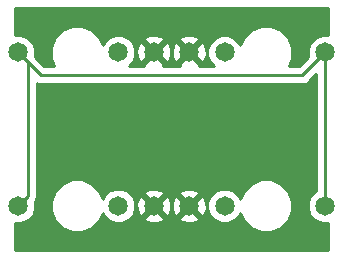
<source format=gbr>
G04 #@! TF.GenerationSoftware,KiCad,Pcbnew,(5.0.0)*
G04 #@! TF.CreationDate,2018-08-29T10:58:06+02:00*
G04 #@! TF.ProjectId,1u_mult,31755F6D756C742E6B696361645F7063,rev?*
G04 #@! TF.SameCoordinates,Original*
G04 #@! TF.FileFunction,Copper,L1,Top,Signal*
G04 #@! TF.FilePolarity,Positive*
%FSLAX46Y46*%
G04 Gerber Fmt 4.6, Leading zero omitted, Abs format (unit mm)*
G04 Created by KiCad (PCBNEW (5.0.0)) date 08/29/18 10:58:06*
%MOMM*%
%LPD*%
G01*
G04 APERTURE LIST*
G04 #@! TA.AperFunction,ComponentPad*
%ADD10C,1.648460*%
G04 #@! TD*
G04 #@! TA.AperFunction,Conductor*
%ADD11C,0.250000*%
G04 #@! TD*
G04 #@! TA.AperFunction,Conductor*
%ADD12C,0.254000*%
G04 #@! TD*
G04 APERTURE END LIST*
D10*
G04 #@! TO.P,J1,P$1_TIP*
G04 #@! TO.N,Net-(J1-PadP$1_TIP)*
X1001280Y-4500000D03*
G04 #@! TO.P,J1,P$2_SWITCH*
G04 #@! TO.N,N/C*
X9497580Y-4500000D03*
G04 #@! TO.P,J1,P$3_SLEEVE*
G04 #@! TO.N,GND*
X12499860Y-4500000D03*
G04 #@! TD*
G04 #@! TO.P,J2,P$3_SLEEVE*
G04 #@! TO.N,GND*
X15500140Y-4500000D03*
G04 #@! TO.P,J2,P$2_SWITCH*
G04 #@! TO.N,N/C*
X18502420Y-4500000D03*
G04 #@! TO.P,J2,P$1_TIP*
G04 #@! TO.N,Net-(J1-PadP$1_TIP)*
X26998720Y-4500000D03*
G04 #@! TD*
G04 #@! TO.P,J3,P$1_TIP*
G04 #@! TO.N,Net-(J1-PadP$1_TIP)*
X1001280Y-17500000D03*
G04 #@! TO.P,J3,P$2_SWITCH*
G04 #@! TO.N,N/C*
X9497580Y-17500000D03*
G04 #@! TO.P,J3,P$3_SLEEVE*
G04 #@! TO.N,GND*
X12499860Y-17500000D03*
G04 #@! TD*
G04 #@! TO.P,J4,P$3_SLEEVE*
G04 #@! TO.N,GND*
X15500140Y-17500000D03*
G04 #@! TO.P,J4,P$2_SWITCH*
G04 #@! TO.N,N/C*
X18502420Y-17500000D03*
G04 #@! TO.P,J4,P$1_TIP*
G04 #@! TO.N,Net-(J1-PadP$1_TIP)*
X26998720Y-17500000D03*
G04 #@! TD*
D11*
G04 #@! TO.N,Net-(J1-PadP$1_TIP)*
X26998720Y-4500000D02*
X26998720Y-17500000D01*
X1825509Y-5324229D02*
X1001280Y-4500000D01*
X1825509Y-16675771D02*
X1825509Y-5324229D01*
X1001280Y-17500000D02*
X1825509Y-16675771D01*
X26174491Y-5324229D02*
X26998720Y-4500000D01*
X25073719Y-6425001D02*
X26174491Y-5324229D01*
X2926281Y-6425001D02*
X25073719Y-6425001D01*
X1001280Y-4500000D02*
X2926281Y-6425001D01*
G04 #@! TD*
D12*
G04 #@! TO.N,GND*
G36*
X26238721Y-16235343D02*
X26172133Y-16262925D01*
X25761645Y-16673413D01*
X25539490Y-17209741D01*
X25539490Y-17790259D01*
X25761645Y-18326587D01*
X26172133Y-18737075D01*
X26708461Y-18959230D01*
X27265000Y-18959230D01*
X27265000Y-21265000D01*
X735000Y-21265000D01*
X735000Y-18959230D01*
X1291539Y-18959230D01*
X1827867Y-18737075D01*
X2238355Y-18326587D01*
X2460510Y-17790259D01*
X2460510Y-17209741D01*
X2430758Y-17137914D01*
X2485872Y-17055431D01*
X3765000Y-17055431D01*
X3765000Y-17944569D01*
X4105259Y-18766026D01*
X4733974Y-19394741D01*
X5555431Y-19735000D01*
X6444569Y-19735000D01*
X7266026Y-19394741D01*
X7894741Y-18766026D01*
X8168634Y-18104791D01*
X8260505Y-18326587D01*
X8670993Y-18737075D01*
X9207321Y-18959230D01*
X9787839Y-18959230D01*
X10324167Y-18737075D01*
X10535947Y-18525295D01*
X11654170Y-18525295D01*
X11731279Y-18773926D01*
X12277295Y-18971077D01*
X12857194Y-18944270D01*
X13268441Y-18773926D01*
X13345550Y-18525295D01*
X14654450Y-18525295D01*
X14731559Y-18773926D01*
X15277575Y-18971077D01*
X15857474Y-18944270D01*
X16268721Y-18773926D01*
X16345830Y-18525295D01*
X15500140Y-17679605D01*
X14654450Y-18525295D01*
X13345550Y-18525295D01*
X12499860Y-17679605D01*
X11654170Y-18525295D01*
X10535947Y-18525295D01*
X10734655Y-18326587D01*
X10956810Y-17790259D01*
X10956810Y-17277435D01*
X11028783Y-17277435D01*
X11055590Y-17857334D01*
X11225934Y-18268581D01*
X11474565Y-18345690D01*
X12320255Y-17500000D01*
X12679465Y-17500000D01*
X13525155Y-18345690D01*
X13773786Y-18268581D01*
X13970937Y-17722565D01*
X13950360Y-17277435D01*
X14029063Y-17277435D01*
X14055870Y-17857334D01*
X14226214Y-18268581D01*
X14474845Y-18345690D01*
X15320535Y-17500000D01*
X15679745Y-17500000D01*
X16525435Y-18345690D01*
X16774066Y-18268581D01*
X16971217Y-17722565D01*
X16947511Y-17209741D01*
X17043190Y-17209741D01*
X17043190Y-17790259D01*
X17265345Y-18326587D01*
X17675833Y-18737075D01*
X18212161Y-18959230D01*
X18792679Y-18959230D01*
X19329007Y-18737075D01*
X19739495Y-18326587D01*
X19831366Y-18104791D01*
X20105259Y-18766026D01*
X20733974Y-19394741D01*
X21555431Y-19735000D01*
X22444569Y-19735000D01*
X23266026Y-19394741D01*
X23894741Y-18766026D01*
X24235000Y-17944569D01*
X24235000Y-17055431D01*
X23894741Y-16233974D01*
X23266026Y-15605259D01*
X22444569Y-15265000D01*
X21555431Y-15265000D01*
X20733974Y-15605259D01*
X20105259Y-16233974D01*
X19831366Y-16895209D01*
X19739495Y-16673413D01*
X19329007Y-16262925D01*
X18792679Y-16040770D01*
X18212161Y-16040770D01*
X17675833Y-16262925D01*
X17265345Y-16673413D01*
X17043190Y-17209741D01*
X16947511Y-17209741D01*
X16944410Y-17142666D01*
X16774066Y-16731419D01*
X16525435Y-16654310D01*
X15679745Y-17500000D01*
X15320535Y-17500000D01*
X14474845Y-16654310D01*
X14226214Y-16731419D01*
X14029063Y-17277435D01*
X13950360Y-17277435D01*
X13944130Y-17142666D01*
X13773786Y-16731419D01*
X13525155Y-16654310D01*
X12679465Y-17500000D01*
X12320255Y-17500000D01*
X11474565Y-16654310D01*
X11225934Y-16731419D01*
X11028783Y-17277435D01*
X10956810Y-17277435D01*
X10956810Y-17209741D01*
X10734655Y-16673413D01*
X10535947Y-16474705D01*
X11654170Y-16474705D01*
X12499860Y-17320395D01*
X13345550Y-16474705D01*
X14654450Y-16474705D01*
X15500140Y-17320395D01*
X16345830Y-16474705D01*
X16268721Y-16226074D01*
X15722705Y-16028923D01*
X15142806Y-16055730D01*
X14731559Y-16226074D01*
X14654450Y-16474705D01*
X13345550Y-16474705D01*
X13268441Y-16226074D01*
X12722425Y-16028923D01*
X12142526Y-16055730D01*
X11731279Y-16226074D01*
X11654170Y-16474705D01*
X10535947Y-16474705D01*
X10324167Y-16262925D01*
X9787839Y-16040770D01*
X9207321Y-16040770D01*
X8670993Y-16262925D01*
X8260505Y-16673413D01*
X8168634Y-16895209D01*
X7894741Y-16233974D01*
X7266026Y-15605259D01*
X6444569Y-15265000D01*
X5555431Y-15265000D01*
X4733974Y-15605259D01*
X4105259Y-16233974D01*
X3765000Y-17055431D01*
X2485872Y-17055431D01*
X2541413Y-16972309D01*
X2550989Y-16924166D01*
X2585509Y-16750623D01*
X2585509Y-16750619D01*
X2600397Y-16675771D01*
X2585509Y-16600923D01*
X2585509Y-7111348D01*
X2629744Y-7140905D01*
X2851429Y-7185001D01*
X2851433Y-7185001D01*
X2926281Y-7199889D01*
X3001129Y-7185001D01*
X24998872Y-7185001D01*
X25073719Y-7199889D01*
X25148566Y-7185001D01*
X25148571Y-7185001D01*
X25370256Y-7140905D01*
X25621648Y-6972930D01*
X25664050Y-6909471D01*
X26238720Y-6334801D01*
X26238721Y-16235343D01*
X26238721Y-16235343D01*
G37*
X26238721Y-16235343D02*
X26172133Y-16262925D01*
X25761645Y-16673413D01*
X25539490Y-17209741D01*
X25539490Y-17790259D01*
X25761645Y-18326587D01*
X26172133Y-18737075D01*
X26708461Y-18959230D01*
X27265000Y-18959230D01*
X27265000Y-21265000D01*
X735000Y-21265000D01*
X735000Y-18959230D01*
X1291539Y-18959230D01*
X1827867Y-18737075D01*
X2238355Y-18326587D01*
X2460510Y-17790259D01*
X2460510Y-17209741D01*
X2430758Y-17137914D01*
X2485872Y-17055431D01*
X3765000Y-17055431D01*
X3765000Y-17944569D01*
X4105259Y-18766026D01*
X4733974Y-19394741D01*
X5555431Y-19735000D01*
X6444569Y-19735000D01*
X7266026Y-19394741D01*
X7894741Y-18766026D01*
X8168634Y-18104791D01*
X8260505Y-18326587D01*
X8670993Y-18737075D01*
X9207321Y-18959230D01*
X9787839Y-18959230D01*
X10324167Y-18737075D01*
X10535947Y-18525295D01*
X11654170Y-18525295D01*
X11731279Y-18773926D01*
X12277295Y-18971077D01*
X12857194Y-18944270D01*
X13268441Y-18773926D01*
X13345550Y-18525295D01*
X14654450Y-18525295D01*
X14731559Y-18773926D01*
X15277575Y-18971077D01*
X15857474Y-18944270D01*
X16268721Y-18773926D01*
X16345830Y-18525295D01*
X15500140Y-17679605D01*
X14654450Y-18525295D01*
X13345550Y-18525295D01*
X12499860Y-17679605D01*
X11654170Y-18525295D01*
X10535947Y-18525295D01*
X10734655Y-18326587D01*
X10956810Y-17790259D01*
X10956810Y-17277435D01*
X11028783Y-17277435D01*
X11055590Y-17857334D01*
X11225934Y-18268581D01*
X11474565Y-18345690D01*
X12320255Y-17500000D01*
X12679465Y-17500000D01*
X13525155Y-18345690D01*
X13773786Y-18268581D01*
X13970937Y-17722565D01*
X13950360Y-17277435D01*
X14029063Y-17277435D01*
X14055870Y-17857334D01*
X14226214Y-18268581D01*
X14474845Y-18345690D01*
X15320535Y-17500000D01*
X15679745Y-17500000D01*
X16525435Y-18345690D01*
X16774066Y-18268581D01*
X16971217Y-17722565D01*
X16947511Y-17209741D01*
X17043190Y-17209741D01*
X17043190Y-17790259D01*
X17265345Y-18326587D01*
X17675833Y-18737075D01*
X18212161Y-18959230D01*
X18792679Y-18959230D01*
X19329007Y-18737075D01*
X19739495Y-18326587D01*
X19831366Y-18104791D01*
X20105259Y-18766026D01*
X20733974Y-19394741D01*
X21555431Y-19735000D01*
X22444569Y-19735000D01*
X23266026Y-19394741D01*
X23894741Y-18766026D01*
X24235000Y-17944569D01*
X24235000Y-17055431D01*
X23894741Y-16233974D01*
X23266026Y-15605259D01*
X22444569Y-15265000D01*
X21555431Y-15265000D01*
X20733974Y-15605259D01*
X20105259Y-16233974D01*
X19831366Y-16895209D01*
X19739495Y-16673413D01*
X19329007Y-16262925D01*
X18792679Y-16040770D01*
X18212161Y-16040770D01*
X17675833Y-16262925D01*
X17265345Y-16673413D01*
X17043190Y-17209741D01*
X16947511Y-17209741D01*
X16944410Y-17142666D01*
X16774066Y-16731419D01*
X16525435Y-16654310D01*
X15679745Y-17500000D01*
X15320535Y-17500000D01*
X14474845Y-16654310D01*
X14226214Y-16731419D01*
X14029063Y-17277435D01*
X13950360Y-17277435D01*
X13944130Y-17142666D01*
X13773786Y-16731419D01*
X13525155Y-16654310D01*
X12679465Y-17500000D01*
X12320255Y-17500000D01*
X11474565Y-16654310D01*
X11225934Y-16731419D01*
X11028783Y-17277435D01*
X10956810Y-17277435D01*
X10956810Y-17209741D01*
X10734655Y-16673413D01*
X10535947Y-16474705D01*
X11654170Y-16474705D01*
X12499860Y-17320395D01*
X13345550Y-16474705D01*
X14654450Y-16474705D01*
X15500140Y-17320395D01*
X16345830Y-16474705D01*
X16268721Y-16226074D01*
X15722705Y-16028923D01*
X15142806Y-16055730D01*
X14731559Y-16226074D01*
X14654450Y-16474705D01*
X13345550Y-16474705D01*
X13268441Y-16226074D01*
X12722425Y-16028923D01*
X12142526Y-16055730D01*
X11731279Y-16226074D01*
X11654170Y-16474705D01*
X10535947Y-16474705D01*
X10324167Y-16262925D01*
X9787839Y-16040770D01*
X9207321Y-16040770D01*
X8670993Y-16262925D01*
X8260505Y-16673413D01*
X8168634Y-16895209D01*
X7894741Y-16233974D01*
X7266026Y-15605259D01*
X6444569Y-15265000D01*
X5555431Y-15265000D01*
X4733974Y-15605259D01*
X4105259Y-16233974D01*
X3765000Y-17055431D01*
X2485872Y-17055431D01*
X2541413Y-16972309D01*
X2550989Y-16924166D01*
X2585509Y-16750623D01*
X2585509Y-16750619D01*
X2600397Y-16675771D01*
X2585509Y-16600923D01*
X2585509Y-7111348D01*
X2629744Y-7140905D01*
X2851429Y-7185001D01*
X2851433Y-7185001D01*
X2926281Y-7199889D01*
X3001129Y-7185001D01*
X24998872Y-7185001D01*
X25073719Y-7199889D01*
X25148566Y-7185001D01*
X25148571Y-7185001D01*
X25370256Y-7140905D01*
X25621648Y-6972930D01*
X25664050Y-6909471D01*
X26238720Y-6334801D01*
X26238721Y-16235343D01*
G36*
X27265001Y-3040770D02*
X26708461Y-3040770D01*
X26172133Y-3262925D01*
X25761645Y-3673413D01*
X25539490Y-4209741D01*
X25539490Y-4790259D01*
X25567072Y-4856847D01*
X24758918Y-5665001D01*
X23936587Y-5665001D01*
X24235000Y-4944569D01*
X24235000Y-4055431D01*
X23894741Y-3233974D01*
X23266026Y-2605259D01*
X22444569Y-2265000D01*
X21555431Y-2265000D01*
X20733974Y-2605259D01*
X20105259Y-3233974D01*
X19831366Y-3895209D01*
X19739495Y-3673413D01*
X19329007Y-3262925D01*
X18792679Y-3040770D01*
X18212161Y-3040770D01*
X17675833Y-3262925D01*
X17265345Y-3673413D01*
X17043190Y-4209741D01*
X17043190Y-4790259D01*
X17265345Y-5326587D01*
X17603759Y-5665001D01*
X16302502Y-5665001D01*
X16345830Y-5525295D01*
X15500140Y-4679605D01*
X14654450Y-5525295D01*
X14697778Y-5665001D01*
X13302222Y-5665001D01*
X13345550Y-5525295D01*
X12499860Y-4679605D01*
X11654170Y-5525295D01*
X11697498Y-5665001D01*
X10396241Y-5665001D01*
X10734655Y-5326587D01*
X10956810Y-4790259D01*
X10956810Y-4277435D01*
X11028783Y-4277435D01*
X11055590Y-4857334D01*
X11225934Y-5268581D01*
X11474565Y-5345690D01*
X12320255Y-4500000D01*
X12679465Y-4500000D01*
X13525155Y-5345690D01*
X13773786Y-5268581D01*
X13970937Y-4722565D01*
X13950360Y-4277435D01*
X14029063Y-4277435D01*
X14055870Y-4857334D01*
X14226214Y-5268581D01*
X14474845Y-5345690D01*
X15320535Y-4500000D01*
X15679745Y-4500000D01*
X16525435Y-5345690D01*
X16774066Y-5268581D01*
X16971217Y-4722565D01*
X16944410Y-4142666D01*
X16774066Y-3731419D01*
X16525435Y-3654310D01*
X15679745Y-4500000D01*
X15320535Y-4500000D01*
X14474845Y-3654310D01*
X14226214Y-3731419D01*
X14029063Y-4277435D01*
X13950360Y-4277435D01*
X13944130Y-4142666D01*
X13773786Y-3731419D01*
X13525155Y-3654310D01*
X12679465Y-4500000D01*
X12320255Y-4500000D01*
X11474565Y-3654310D01*
X11225934Y-3731419D01*
X11028783Y-4277435D01*
X10956810Y-4277435D01*
X10956810Y-4209741D01*
X10734655Y-3673413D01*
X10535947Y-3474705D01*
X11654170Y-3474705D01*
X12499860Y-4320395D01*
X13345550Y-3474705D01*
X14654450Y-3474705D01*
X15500140Y-4320395D01*
X16345830Y-3474705D01*
X16268721Y-3226074D01*
X15722705Y-3028923D01*
X15142806Y-3055730D01*
X14731559Y-3226074D01*
X14654450Y-3474705D01*
X13345550Y-3474705D01*
X13268441Y-3226074D01*
X12722425Y-3028923D01*
X12142526Y-3055730D01*
X11731279Y-3226074D01*
X11654170Y-3474705D01*
X10535947Y-3474705D01*
X10324167Y-3262925D01*
X9787839Y-3040770D01*
X9207321Y-3040770D01*
X8670993Y-3262925D01*
X8260505Y-3673413D01*
X8168634Y-3895209D01*
X7894741Y-3233974D01*
X7266026Y-2605259D01*
X6444569Y-2265000D01*
X5555431Y-2265000D01*
X4733974Y-2605259D01*
X4105259Y-3233974D01*
X3765000Y-4055431D01*
X3765000Y-4944569D01*
X4063413Y-5665001D01*
X3241083Y-5665001D01*
X2432928Y-4856847D01*
X2460510Y-4790259D01*
X2460510Y-4209741D01*
X2238355Y-3673413D01*
X1827867Y-3262925D01*
X1291539Y-3040770D01*
X735000Y-3040770D01*
X735000Y-735000D01*
X27265001Y-735000D01*
X27265001Y-3040770D01*
X27265001Y-3040770D01*
G37*
X27265001Y-3040770D02*
X26708461Y-3040770D01*
X26172133Y-3262925D01*
X25761645Y-3673413D01*
X25539490Y-4209741D01*
X25539490Y-4790259D01*
X25567072Y-4856847D01*
X24758918Y-5665001D01*
X23936587Y-5665001D01*
X24235000Y-4944569D01*
X24235000Y-4055431D01*
X23894741Y-3233974D01*
X23266026Y-2605259D01*
X22444569Y-2265000D01*
X21555431Y-2265000D01*
X20733974Y-2605259D01*
X20105259Y-3233974D01*
X19831366Y-3895209D01*
X19739495Y-3673413D01*
X19329007Y-3262925D01*
X18792679Y-3040770D01*
X18212161Y-3040770D01*
X17675833Y-3262925D01*
X17265345Y-3673413D01*
X17043190Y-4209741D01*
X17043190Y-4790259D01*
X17265345Y-5326587D01*
X17603759Y-5665001D01*
X16302502Y-5665001D01*
X16345830Y-5525295D01*
X15500140Y-4679605D01*
X14654450Y-5525295D01*
X14697778Y-5665001D01*
X13302222Y-5665001D01*
X13345550Y-5525295D01*
X12499860Y-4679605D01*
X11654170Y-5525295D01*
X11697498Y-5665001D01*
X10396241Y-5665001D01*
X10734655Y-5326587D01*
X10956810Y-4790259D01*
X10956810Y-4277435D01*
X11028783Y-4277435D01*
X11055590Y-4857334D01*
X11225934Y-5268581D01*
X11474565Y-5345690D01*
X12320255Y-4500000D01*
X12679465Y-4500000D01*
X13525155Y-5345690D01*
X13773786Y-5268581D01*
X13970937Y-4722565D01*
X13950360Y-4277435D01*
X14029063Y-4277435D01*
X14055870Y-4857334D01*
X14226214Y-5268581D01*
X14474845Y-5345690D01*
X15320535Y-4500000D01*
X15679745Y-4500000D01*
X16525435Y-5345690D01*
X16774066Y-5268581D01*
X16971217Y-4722565D01*
X16944410Y-4142666D01*
X16774066Y-3731419D01*
X16525435Y-3654310D01*
X15679745Y-4500000D01*
X15320535Y-4500000D01*
X14474845Y-3654310D01*
X14226214Y-3731419D01*
X14029063Y-4277435D01*
X13950360Y-4277435D01*
X13944130Y-4142666D01*
X13773786Y-3731419D01*
X13525155Y-3654310D01*
X12679465Y-4500000D01*
X12320255Y-4500000D01*
X11474565Y-3654310D01*
X11225934Y-3731419D01*
X11028783Y-4277435D01*
X10956810Y-4277435D01*
X10956810Y-4209741D01*
X10734655Y-3673413D01*
X10535947Y-3474705D01*
X11654170Y-3474705D01*
X12499860Y-4320395D01*
X13345550Y-3474705D01*
X14654450Y-3474705D01*
X15500140Y-4320395D01*
X16345830Y-3474705D01*
X16268721Y-3226074D01*
X15722705Y-3028923D01*
X15142806Y-3055730D01*
X14731559Y-3226074D01*
X14654450Y-3474705D01*
X13345550Y-3474705D01*
X13268441Y-3226074D01*
X12722425Y-3028923D01*
X12142526Y-3055730D01*
X11731279Y-3226074D01*
X11654170Y-3474705D01*
X10535947Y-3474705D01*
X10324167Y-3262925D01*
X9787839Y-3040770D01*
X9207321Y-3040770D01*
X8670993Y-3262925D01*
X8260505Y-3673413D01*
X8168634Y-3895209D01*
X7894741Y-3233974D01*
X7266026Y-2605259D01*
X6444569Y-2265000D01*
X5555431Y-2265000D01*
X4733974Y-2605259D01*
X4105259Y-3233974D01*
X3765000Y-4055431D01*
X3765000Y-4944569D01*
X4063413Y-5665001D01*
X3241083Y-5665001D01*
X2432928Y-4856847D01*
X2460510Y-4790259D01*
X2460510Y-4209741D01*
X2238355Y-3673413D01*
X1827867Y-3262925D01*
X1291539Y-3040770D01*
X735000Y-3040770D01*
X735000Y-735000D01*
X27265001Y-735000D01*
X27265001Y-3040770D01*
G04 #@! TD*
M02*

</source>
